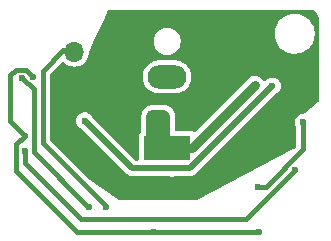
<source format=gbr>
%TF.GenerationSoftware,KiCad,Pcbnew,8.0.4*%
%TF.CreationDate,2024-09-07T16:18:19-07:00*%
%TF.ProjectId,upiez,75706965-7a2e-46b6-9963-61645f706362,rev?*%
%TF.SameCoordinates,Original*%
%TF.FileFunction,Copper,L2,Bot*%
%TF.FilePolarity,Positive*%
%FSLAX46Y46*%
G04 Gerber Fmt 4.6, Leading zero omitted, Abs format (unit mm)*
G04 Created by KiCad (PCBNEW 8.0.4) date 2024-09-07 16:18:19*
%MOMM*%
%LPD*%
G01*
G04 APERTURE LIST*
G04 Aperture macros list*
%AMRoundRect*
0 Rectangle with rounded corners*
0 $1 Rounding radius*
0 $2 $3 $4 $5 $6 $7 $8 $9 X,Y pos of 4 corners*
0 Add a 4 corners polygon primitive as box body*
4,1,4,$2,$3,$4,$5,$6,$7,$8,$9,$2,$3,0*
0 Add four circle primitives for the rounded corners*
1,1,$1+$1,$2,$3*
1,1,$1+$1,$4,$5*
1,1,$1+$1,$6,$7*
1,1,$1+$1,$8,$9*
0 Add four rect primitives between the rounded corners*
20,1,$1+$1,$2,$3,$4,$5,0*
20,1,$1+$1,$4,$5,$6,$7,0*
20,1,$1+$1,$6,$7,$8,$9,0*
20,1,$1+$1,$8,$9,$2,$3,0*%
G04 Aperture macros list end*
%TA.AperFunction,ComponentPad*%
%ADD10R,1.700000X1.700000*%
%TD*%
%TA.AperFunction,ComponentPad*%
%ADD11O,1.700000X1.700000*%
%TD*%
%TA.AperFunction,ComponentPad*%
%ADD12R,4.000000X2.000000*%
%TD*%
%TA.AperFunction,ComponentPad*%
%ADD13O,3.300000X2.000000*%
%TD*%
%TA.AperFunction,ComponentPad*%
%ADD14O,2.000000X3.500000*%
%TD*%
%TA.AperFunction,SMDPad,CuDef*%
%ADD15RoundRect,0.500000X-0.500000X0.500000X-0.500000X-0.500000X0.500000X-0.500000X0.500000X0.500000X0*%
%TD*%
%TA.AperFunction,ViaPad*%
%ADD16C,0.600000*%
%TD*%
%TA.AperFunction,Conductor*%
%ADD17C,0.406400*%
%TD*%
%TA.AperFunction,Conductor*%
%ADD18C,0.508000*%
%TD*%
%TA.AperFunction,Conductor*%
%ADD19C,0.762000*%
%TD*%
%TA.AperFunction,Conductor*%
%ADD20C,2.000000*%
%TD*%
G04 APERTURE END LIST*
D10*
%TO.P,J2,1,Pin_1*%
%TO.N,GND*%
X32410400Y-32004000D03*
D11*
%TO.P,J2,2,Pin_2*%
%TO.N,/Piezo1*%
X32410400Y-29464000D03*
%TD*%
D12*
%TO.P,J1,1*%
%TO.N,/VDC*%
X40259000Y-37592000D03*
D13*
%TO.P,J1,2*%
%TO.N,/L1-*%
X40259000Y-31592000D03*
D14*
%TO.P,J1,MP,MountPin*%
%TO.N,GND*%
X44759000Y-30592000D03*
X35759000Y-30592000D03*
%TD*%
D15*
%TO.P,J3,1,Pin_1*%
%TO.N,/VDC*%
X39497000Y-35400000D03*
%TD*%
%TO.P,J4,1,Pin_1*%
%TO.N,GND*%
X35763200Y-33299400D03*
%TD*%
D16*
%TO.N,GND*%
X50800000Y-30353000D03*
X37642800Y-40944800D03*
X49911000Y-30353000D03*
X46990000Y-36210200D03*
X37642800Y-41681400D03*
X32410400Y-34163000D03*
X49276000Y-36210200D03*
X48514000Y-36210200D03*
X50800000Y-31242000D03*
X33807400Y-39954200D03*
X47752000Y-36210200D03*
X49911000Y-31242000D03*
%TO.N,/O1*%
X28194000Y-37846000D03*
X51079400Y-39522400D03*
%TO.N,/In1*%
X39166800Y-44704000D03*
X48006000Y-44704000D03*
X28194000Y-36576000D03*
X28874300Y-31577700D03*
%TO.N,/Piezo1*%
X35052000Y-42587800D03*
%TO.N,/P1*%
X28016200Y-31724600D03*
X33655000Y-42621200D03*
%TO.N,Net-(D1-A)*%
X51790600Y-35433000D03*
X47955200Y-40919400D03*
%TO.N,/3.3V*%
X33274000Y-35306000D03*
X49174400Y-32359600D03*
X40665400Y-39344600D03*
%TO.N,/VDC*%
X47698600Y-32273200D03*
%TD*%
D17*
%TO.N,/O1*%
X51079400Y-39522400D02*
X51054000Y-39522400D01*
X46947200Y-43629200D02*
X32961200Y-43629200D01*
X32961200Y-43629200D02*
X28194000Y-38862000D01*
X51054000Y-39522400D02*
X46947200Y-43629200D01*
X28194000Y-38862000D02*
X28194000Y-37846000D01*
%TO.N,/In1*%
X27490800Y-37279200D02*
X28194000Y-36576000D01*
X26982800Y-31437200D02*
X26982800Y-35364800D01*
X32663531Y-44704000D02*
X27490800Y-39531269D01*
X26982800Y-35364800D02*
X28194000Y-36576000D01*
X28284600Y-30988000D02*
X27432000Y-30988000D01*
X48006000Y-44704000D02*
X32663531Y-44704000D01*
X27490800Y-39531269D02*
X27490800Y-37279200D01*
X28874300Y-31577700D02*
X28284600Y-30988000D01*
X27432000Y-30988000D02*
X26982800Y-31437200D01*
%TO.N,/Piezo1*%
X29718000Y-31115000D02*
X31470600Y-29362400D01*
X35052000Y-42570400D02*
X29718000Y-37236400D01*
X31470600Y-29362400D02*
X32512000Y-29362400D01*
X35052000Y-42587800D02*
X35052000Y-42570400D01*
X29718000Y-37236400D02*
X29718000Y-31115000D01*
%TO.N,/P1*%
X33604200Y-42621200D02*
X28956000Y-37973000D01*
X33655000Y-42621200D02*
X33604200Y-42621200D01*
X28956000Y-32664400D02*
X28016200Y-31724600D01*
X28956000Y-37973000D02*
X28956000Y-32664400D01*
%TO.N,Net-(D1-A)*%
X47955200Y-40919400D02*
X48615600Y-40919400D01*
X51790600Y-37744400D02*
X51790600Y-35433000D01*
X48615600Y-40919400D02*
X51790600Y-37744400D01*
D18*
%TO.N,/3.3V*%
X49174400Y-32359600D02*
X42189400Y-39344600D01*
X42189400Y-39344600D02*
X40665400Y-39344600D01*
X37312600Y-39344600D02*
X40665400Y-39344600D01*
X33274000Y-35306000D02*
X37312600Y-39344600D01*
D19*
%TO.N,/VDC*%
X42367200Y-37592000D02*
X39497000Y-37592000D01*
X47686000Y-32273200D02*
X42367200Y-37592000D01*
D20*
X39497000Y-37522150D02*
X39497000Y-35400000D01*
D19*
X47698600Y-32273200D02*
X47686000Y-32273200D01*
%TD*%
%TA.AperFunction,Conductor*%
%TO.N,GND*%
G36*
X52330162Y-25901106D02*
G01*
X52461778Y-25914070D01*
X52485992Y-25918886D01*
X52606599Y-25955472D01*
X52629416Y-25964923D01*
X52644566Y-25973021D01*
X52740565Y-26024333D01*
X52761101Y-26038054D01*
X52858527Y-26118009D01*
X52875992Y-26135474D01*
X52955944Y-26232897D01*
X52969666Y-26253434D01*
X53029075Y-26364581D01*
X53038527Y-26387401D01*
X53075111Y-26508001D01*
X53079930Y-26532226D01*
X53092893Y-26663836D01*
X53093500Y-26676187D01*
X53093500Y-33615383D01*
X53073498Y-33683504D01*
X53046380Y-33713637D01*
X51924917Y-34613966D01*
X51859275Y-34641015D01*
X51848973Y-34639810D01*
X51843000Y-34648200D01*
X51825216Y-34673177D01*
X51769415Y-34717070D01*
X51722574Y-34726100D01*
X51704763Y-34726100D01*
X51538092Y-34767180D01*
X51538088Y-34767182D01*
X51411168Y-34833796D01*
X51386086Y-34846960D01*
X51257591Y-34960796D01*
X51257589Y-34960798D01*
X51160075Y-35102070D01*
X51099198Y-35262587D01*
X51078508Y-35432996D01*
X51078508Y-35433003D01*
X51099198Y-35603412D01*
X51111910Y-35636929D01*
X51160074Y-35763926D01*
X51160076Y-35763929D01*
X51163616Y-35770673D01*
X51161655Y-35771702D01*
X51180431Y-35828614D01*
X51180500Y-35832780D01*
X51180500Y-37439496D01*
X51160498Y-37507617D01*
X51143595Y-37528592D01*
X50964295Y-37707891D01*
X50934154Y-37730152D01*
X42826659Y-42022357D01*
X42767705Y-42037000D01*
X36234816Y-42037000D01*
X36166695Y-42016998D01*
X36162413Y-42014120D01*
X33472621Y-40125542D01*
X33455929Y-40111517D01*
X30365005Y-37020593D01*
X30330979Y-36958281D01*
X30328100Y-36931498D01*
X30328100Y-35305996D01*
X32561908Y-35305996D01*
X32561908Y-35306003D01*
X32582598Y-35476412D01*
X32643475Y-35636929D01*
X32740990Y-35778203D01*
X32740992Y-35778205D01*
X32869484Y-35892039D01*
X32869487Y-35892041D01*
X32911498Y-35914090D01*
X32970153Y-35944874D01*
X33000691Y-35967345D01*
X36891301Y-39857955D01*
X36999546Y-39930282D01*
X37119823Y-39980102D01*
X37247507Y-40005500D01*
X37377693Y-40005500D01*
X40377635Y-40005500D01*
X40407788Y-40009161D01*
X40571044Y-40049399D01*
X40579567Y-40051500D01*
X40579570Y-40051500D01*
X40751230Y-40051500D01*
X40751233Y-40051500D01*
X40835566Y-40030713D01*
X40923012Y-40009161D01*
X40953165Y-40005500D01*
X42254492Y-40005500D01*
X42254493Y-40005500D01*
X42382177Y-39980102D01*
X42502454Y-39930282D01*
X42610699Y-39857955D01*
X49447708Y-33020944D01*
X49478244Y-32998475D01*
X49578914Y-32945640D01*
X49707409Y-32831804D01*
X49804926Y-32690526D01*
X49865800Y-32530015D01*
X49865800Y-32530014D01*
X49865801Y-32530012D01*
X49886492Y-32359603D01*
X49886492Y-32359596D01*
X49865801Y-32189187D01*
X49821298Y-32071844D01*
X49804926Y-32028674D01*
X49804924Y-32028672D01*
X49804924Y-32028670D01*
X49739914Y-31934488D01*
X49707409Y-31887396D01*
X49578914Y-31773560D01*
X49426911Y-31693782D01*
X49426907Y-31693780D01*
X49260236Y-31652700D01*
X49260233Y-31652700D01*
X49088567Y-31652700D01*
X49088563Y-31652700D01*
X48921892Y-31693780D01*
X48921888Y-31693782D01*
X48783034Y-31766659D01*
X48769886Y-31773560D01*
X48641391Y-31887396D01*
X48641390Y-31887397D01*
X48616797Y-31923026D01*
X48561638Y-31967725D01*
X48491069Y-31975507D01*
X48427496Y-31943901D01*
X48400459Y-31905070D01*
X48399747Y-31905451D01*
X48396828Y-31899990D01*
X48388413Y-31887396D01*
X48310602Y-31770943D01*
X48200857Y-31661198D01*
X48071810Y-31574972D01*
X47981390Y-31537519D01*
X47928425Y-31515580D01*
X47928422Y-31515579D01*
X47776204Y-31485300D01*
X47776201Y-31485300D01*
X47763601Y-31485300D01*
X47608398Y-31485300D01*
X47608394Y-31485300D01*
X47456177Y-31515579D01*
X47456174Y-31515580D01*
X47312790Y-31574972D01*
X47183744Y-31661197D01*
X47183738Y-31661202D01*
X42622246Y-36222694D01*
X42559934Y-36256720D01*
X42489119Y-36251655D01*
X42475948Y-36245866D01*
X42410057Y-36212293D01*
X42386306Y-36200191D01*
X42291024Y-36185100D01*
X42291021Y-36185100D01*
X41029900Y-36185100D01*
X40961779Y-36165098D01*
X40915286Y-36111442D01*
X40903900Y-36059100D01*
X40903900Y-35281558D01*
X40903899Y-35281540D01*
X40903899Y-34836534D01*
X40897668Y-34757349D01*
X40887650Y-34719959D01*
X40848327Y-34573206D01*
X40761779Y-34403346D01*
X40761773Y-34403338D01*
X40641807Y-34255192D01*
X40493661Y-34135226D01*
X40493655Y-34135222D01*
X40493654Y-34135221D01*
X40323794Y-34048673D01*
X40323793Y-34048672D01*
X40323792Y-34048672D01*
X40194358Y-34013990D01*
X40139652Y-33999332D01*
X40060467Y-33993100D01*
X39607727Y-33993100D01*
X39607725Y-33993100D01*
X39386275Y-33993100D01*
X39386271Y-33993100D01*
X38933534Y-33993100D01*
X38854349Y-33999331D01*
X38670207Y-34048672D01*
X38500344Y-34135222D01*
X38500338Y-34135226D01*
X38352192Y-34255192D01*
X38232226Y-34403338D01*
X38232222Y-34403344D01*
X38145672Y-34573207D01*
X38106350Y-34719959D01*
X38096332Y-34757348D01*
X38090100Y-34836533D01*
X38090100Y-34836536D01*
X38090100Y-36144172D01*
X38070098Y-36212293D01*
X38021306Y-36256437D01*
X38016847Y-36258709D01*
X38016846Y-36258709D01*
X37925707Y-36349848D01*
X37867192Y-36464692D01*
X37867191Y-36464694D01*
X37852100Y-36559976D01*
X37852100Y-36559979D01*
X37852100Y-38557700D01*
X37832098Y-38625821D01*
X37778442Y-38672314D01*
X37726100Y-38683700D01*
X37638544Y-38683700D01*
X37570423Y-38663698D01*
X37549449Y-38646795D01*
X33940024Y-35037370D01*
X33911306Y-34992951D01*
X33904526Y-34975074D01*
X33816095Y-34846960D01*
X33807009Y-34833796D01*
X33678514Y-34719960D01*
X33526511Y-34640182D01*
X33526507Y-34640180D01*
X33359836Y-34599100D01*
X33359833Y-34599100D01*
X33188167Y-34599100D01*
X33188163Y-34599100D01*
X33021492Y-34640180D01*
X33021488Y-34640182D01*
X32943239Y-34681251D01*
X32869486Y-34719960D01*
X32740991Y-34833796D01*
X32740989Y-34833798D01*
X32643475Y-34975070D01*
X32582598Y-35135587D01*
X32561908Y-35305996D01*
X30328100Y-35305996D01*
X30328100Y-31481275D01*
X38202100Y-31481275D01*
X38202100Y-31702725D01*
X38231350Y-31887398D01*
X38236744Y-31921455D01*
X38285609Y-32071844D01*
X38305175Y-32132062D01*
X38405712Y-32329376D01*
X38535877Y-32508534D01*
X38535879Y-32508536D01*
X38535881Y-32508539D01*
X38692460Y-32665118D01*
X38692463Y-32665120D01*
X38692466Y-32665123D01*
X38871624Y-32795288D01*
X39068938Y-32895825D01*
X39279550Y-32964257D01*
X39498275Y-32998900D01*
X39498278Y-32998900D01*
X41019722Y-32998900D01*
X41019725Y-32998900D01*
X41238450Y-32964257D01*
X41449062Y-32895825D01*
X41646376Y-32795288D01*
X41825534Y-32665123D01*
X41982123Y-32508534D01*
X42112288Y-32329376D01*
X42212825Y-32132062D01*
X42281257Y-31921450D01*
X42315900Y-31702725D01*
X42315900Y-31481275D01*
X42281257Y-31262550D01*
X42212825Y-31051938D01*
X42112288Y-30854624D01*
X41982123Y-30675466D01*
X41982120Y-30675463D01*
X41982118Y-30675460D01*
X41825539Y-30518881D01*
X41825536Y-30518879D01*
X41825534Y-30518877D01*
X41646376Y-30388712D01*
X41449062Y-30288175D01*
X41449059Y-30288174D01*
X41449057Y-30288173D01*
X41238455Y-30219744D01*
X41238451Y-30219743D01*
X41238450Y-30219743D01*
X41019725Y-30185100D01*
X39498275Y-30185100D01*
X39279550Y-30219743D01*
X39279544Y-30219744D01*
X39068942Y-30288173D01*
X39068936Y-30288176D01*
X38871620Y-30388714D01*
X38692463Y-30518879D01*
X38692460Y-30518881D01*
X38535881Y-30675460D01*
X38535879Y-30675463D01*
X38405714Y-30854620D01*
X38305176Y-31051936D01*
X38305173Y-31051942D01*
X38236744Y-31262544D01*
X38236743Y-31262549D01*
X38236743Y-31262550D01*
X38202100Y-31481275D01*
X30328100Y-31481275D01*
X30328100Y-31419901D01*
X30348102Y-31351780D01*
X30365000Y-31330810D01*
X31343249Y-30352561D01*
X31405559Y-30318538D01*
X31476374Y-30323602D01*
X31521437Y-30352562D01*
X31599394Y-30430519D01*
X31779549Y-30556665D01*
X31978873Y-30649611D01*
X32191308Y-30706533D01*
X32410400Y-30725701D01*
X32629492Y-30706533D01*
X32841927Y-30649611D01*
X33041251Y-30556665D01*
X33221406Y-30430519D01*
X33376919Y-30275006D01*
X33503065Y-30094851D01*
X33596011Y-29895527D01*
X33652933Y-29683092D01*
X33672101Y-29464000D01*
X33672100Y-29463997D01*
X33672101Y-29463994D01*
X33672101Y-29458498D01*
X33673878Y-29458498D01*
X33683798Y-29402562D01*
X33712420Y-29341503D01*
X34106193Y-28501454D01*
X39108500Y-28501454D01*
X39108500Y-28682546D01*
X39136829Y-28861409D01*
X39192789Y-29033639D01*
X39275004Y-29194994D01*
X39381447Y-29341501D01*
X39381449Y-29341503D01*
X39381451Y-29341506D01*
X39509493Y-29469548D01*
X39509496Y-29469550D01*
X39509499Y-29469553D01*
X39656006Y-29575996D01*
X39817361Y-29658211D01*
X39989591Y-29714171D01*
X40168454Y-29742500D01*
X40168457Y-29742500D01*
X40349543Y-29742500D01*
X40349546Y-29742500D01*
X40528409Y-29714171D01*
X40700639Y-29658211D01*
X40861994Y-29575996D01*
X41008501Y-29469553D01*
X41136553Y-29341501D01*
X41242996Y-29194994D01*
X41325211Y-29033639D01*
X41381171Y-28861409D01*
X41409500Y-28682546D01*
X41409500Y-28501454D01*
X41381171Y-28322591D01*
X41325211Y-28150361D01*
X41242996Y-27989006D01*
X41136553Y-27842499D01*
X41136550Y-27842496D01*
X41136548Y-27842493D01*
X41122595Y-27828540D01*
X49353500Y-27828540D01*
X49353500Y-28051459D01*
X49382594Y-28272456D01*
X49382596Y-28272463D01*
X49440290Y-28487781D01*
X49525595Y-28693726D01*
X49525596Y-28693727D01*
X49525601Y-28693737D01*
X49637049Y-28886770D01*
X49772753Y-29063624D01*
X49772762Y-29063634D01*
X49930365Y-29221237D01*
X49930375Y-29221246D01*
X49930376Y-29221247D01*
X50107226Y-29356948D01*
X50300274Y-29468405D01*
X50506219Y-29553710D01*
X50721537Y-29611404D01*
X50721541Y-29611404D01*
X50721543Y-29611405D01*
X50778501Y-29618903D01*
X50942543Y-29640500D01*
X50942550Y-29640500D01*
X51165450Y-29640500D01*
X51165457Y-29640500D01*
X51365191Y-29614204D01*
X51386456Y-29611405D01*
X51386456Y-29611404D01*
X51386463Y-29611404D01*
X51601781Y-29553710D01*
X51807726Y-29468405D01*
X52000774Y-29356948D01*
X52177624Y-29221247D01*
X52335247Y-29063624D01*
X52470948Y-28886774D01*
X52582405Y-28693726D01*
X52667710Y-28487781D01*
X52725404Y-28272463D01*
X52754500Y-28051457D01*
X52754500Y-27828543D01*
X52725466Y-27608006D01*
X52725405Y-27607543D01*
X52725404Y-27607541D01*
X52725404Y-27607537D01*
X52667710Y-27392219D01*
X52582405Y-27186274D01*
X52470948Y-26993226D01*
X52335247Y-26816376D01*
X52335246Y-26816375D01*
X52335237Y-26816365D01*
X52177634Y-26658762D01*
X52177624Y-26658753D01*
X52000770Y-26523049D01*
X51807737Y-26411601D01*
X51807732Y-26411598D01*
X51807726Y-26411595D01*
X51601781Y-26326290D01*
X51386463Y-26268596D01*
X51386456Y-26268594D01*
X51165459Y-26239500D01*
X51165457Y-26239500D01*
X50942543Y-26239500D01*
X50942540Y-26239500D01*
X50721543Y-26268594D01*
X50506219Y-26326290D01*
X50300272Y-26411596D01*
X50300262Y-26411601D01*
X50107229Y-26523049D01*
X49930375Y-26658753D01*
X49930365Y-26658762D01*
X49772762Y-26816365D01*
X49772753Y-26816375D01*
X49637049Y-26993229D01*
X49525601Y-27186262D01*
X49525596Y-27186272D01*
X49440290Y-27392219D01*
X49382594Y-27607543D01*
X49353500Y-27828540D01*
X41122595Y-27828540D01*
X41008506Y-27714451D01*
X41008503Y-27714449D01*
X41008501Y-27714447D01*
X40861994Y-27608004D01*
X40700639Y-27525789D01*
X40700636Y-27525788D01*
X40700634Y-27525787D01*
X40528412Y-27469830D01*
X40528409Y-27469829D01*
X40349546Y-27441500D01*
X40168454Y-27441500D01*
X39989591Y-27469829D01*
X39989588Y-27469829D01*
X39989587Y-27469830D01*
X39817365Y-27525787D01*
X39817359Y-27525790D01*
X39656002Y-27608006D01*
X39509496Y-27714449D01*
X39509493Y-27714451D01*
X39381451Y-27842493D01*
X39381449Y-27842496D01*
X39275006Y-27989002D01*
X39192790Y-28150359D01*
X39192787Y-28150365D01*
X39153116Y-28272463D01*
X39136829Y-28322591D01*
X39108500Y-28501454D01*
X34106193Y-28501454D01*
X34896079Y-26816365D01*
X35291397Y-25973021D01*
X35338421Y-25919830D01*
X35405485Y-25900500D01*
X52258108Y-25900500D01*
X52317813Y-25900500D01*
X52330162Y-25901106D01*
G37*
%TD.AperFunction*%
%TD*%
M02*

</source>
